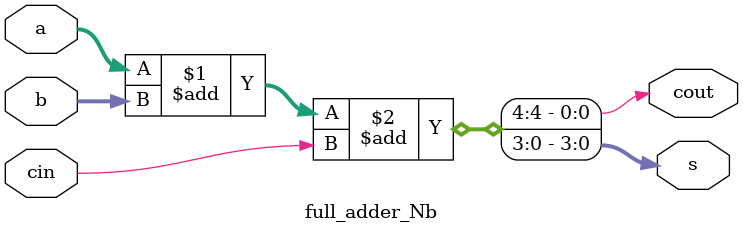
<source format=v>
module full_adder_Nb #(parameter N = 4) 
(
    input wire [N-1:0] a,
    input wire [N-1:0] b,
    input wire cin,
    output wire [N-1:0] s,
    output wire cout
);

assign {cout, s} = a + b + cin; // Concatenation operator
// The sum is the least significant bit (LSB) and the carry out is the most significant bit (MSB)

endmodule
</source>
